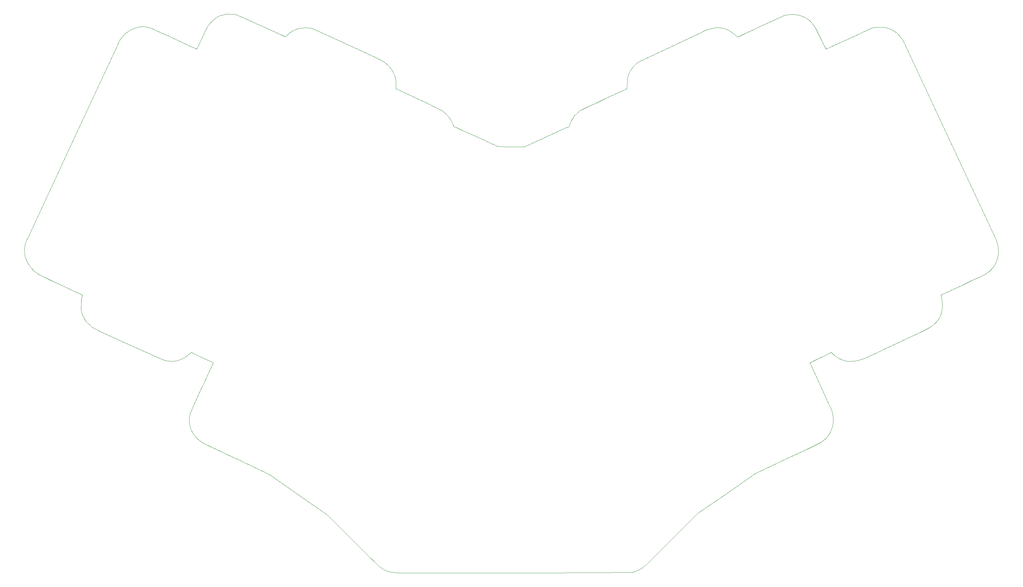
<source format=gbr>
%TF.GenerationSoftware,KiCad,Pcbnew,(5.1.10)-1*%
%TF.CreationDate,2021-09-18T02:39:17-07:00*%
%TF.ProjectId,barobord-bottomplate-outside-pcb,6261726f-626f-4726-942d-626f74746f6d,rev?*%
%TF.SameCoordinates,Original*%
%TF.FileFunction,Profile,NP*%
%FSLAX46Y46*%
G04 Gerber Fmt 4.6, Leading zero omitted, Abs format (unit mm)*
G04 Created by KiCad (PCBNEW (5.1.10)-1) date 2021-09-18 02:39:17*
%MOMM*%
%LPD*%
G01*
G04 APERTURE LIST*
%TA.AperFunction,Profile*%
%ADD10C,0.084650*%
%TD*%
G04 APERTURE END LIST*
D10*
X65128187Y-28872765D02*
G75*
G02*
X65074624Y-28982812I-758340J301043D01*
G01*
X67689296Y-23495226D02*
X67341696Y-24157776D01*
X64570669Y-28853879D02*
X63461061Y-28344930D01*
X65022962Y-29019890D02*
G75*
G02*
X64947303Y-29014129I-27747J135295D01*
G01*
X69903733Y-21101632D02*
G75*
G02*
X70762893Y-20574224I3467756J-4685553D01*
G01*
X70762892Y-20574224D02*
G75*
G02*
X71097390Y-20435746I1134475J-2267111D01*
G01*
X64947303Y-29014129D02*
X64775340Y-28945128D01*
X72667518Y-20060327D02*
X72113195Y-20162677D01*
X66387998Y-26149182D02*
X65448128Y-28134387D01*
X67341696Y-24157776D02*
X66387998Y-26149182D01*
X65074624Y-28982812D02*
G75*
G02*
X65022962Y-29019890I-67319J39267D01*
G01*
X69037094Y-21829433D02*
G75*
G02*
X69903733Y-21101633I6351934J-6683775D01*
G01*
X56061052Y-24939010D02*
X55144968Y-24517809D01*
X65448128Y-28134387D02*
X65128186Y-28872765D01*
X72113195Y-20162677D02*
X71571433Y-20293101D01*
X57489508Y-25596439D02*
X56061052Y-24939010D01*
X59103879Y-26339756D02*
X57489508Y-25596439D01*
X60689543Y-27070182D02*
X59103879Y-26339756D01*
X62169345Y-27751451D02*
X60689543Y-27070182D01*
X63461061Y-28344930D02*
X62169345Y-27751451D01*
X67689297Y-23495227D02*
G75*
G02*
X68264612Y-22659439I5173598J-2945350D01*
G01*
X71571433Y-20293101D02*
X71097390Y-20435746D01*
X68264611Y-22659438D02*
G75*
G02*
X69037094Y-21829433I7144388J-5874773D01*
G01*
X64775340Y-28945128D02*
X64570669Y-28853879D01*
X66428977Y-108601782D02*
X69272730Y-109927641D01*
X39841856Y-101756017D02*
G75*
G02*
X38544121Y-101083830I5848636J12880278D01*
G01*
X60012342Y-109439583D02*
G75*
G02*
X59326004Y-109554547I-1045294J4134216D01*
G01*
X35268173Y-93835446D02*
X35222776Y-94309703D01*
X33035703Y-52839897D02*
X21314886Y-78056231D01*
X36369509Y-99109367D02*
G75*
G02*
X36144840Y-98767333I2607573J1957624D01*
G01*
X35472932Y-92872906D02*
X35408676Y-93100434D01*
X46547119Y-25132992D02*
G75*
G02*
X48072818Y-24083532I4896033J-5484063D01*
G01*
X24176552Y-87107376D02*
G75*
G02*
X23063918Y-86281168I3703414J6149574D01*
G01*
X60861450Y-109165889D02*
G75*
G02*
X60012343Y-109439583I-2554324J6470557D01*
G01*
X57640394Y-109541511D02*
G75*
G02*
X56964943Y-109415837I408231J4072071D01*
G01*
X39841856Y-101756016D02*
X47841622Y-105381477D01*
X27963661Y-88934967D02*
X30088568Y-89933168D01*
X44765685Y-27613167D02*
G75*
G02*
X45373799Y-26508064I8448031J-3928904D01*
G01*
X35563818Y-92497901D02*
G75*
G02*
X35568019Y-92509569I-6535J-8943D01*
G01*
X30088568Y-89933168D02*
X32183220Y-90913098D01*
X55144968Y-24517809D02*
X53855020Y-23945654D01*
X63585223Y-107275923D02*
X66428977Y-108601782D01*
X63110858Y-107725887D02*
X63585223Y-107275923D01*
X35524567Y-92679516D02*
X35472932Y-92872906D01*
X63110858Y-107725887D02*
G75*
G02*
X62418937Y-108304502I-4965029J5234276D01*
G01*
X62418938Y-108304502D02*
G75*
G02*
X61666533Y-108786292I-4114444J5597062D01*
G01*
X35329320Y-93436625D02*
X35268173Y-93835446D01*
X44765685Y-27613167D02*
X33035703Y-52839897D01*
X35222776Y-94309703D02*
X35191884Y-94878343D01*
X59326005Y-109554547D02*
G75*
G02*
X58481572Y-109586856I-772894J9149229D01*
G01*
X35329320Y-93436625D02*
G75*
G02*
X35408676Y-93100434I3476706J-643192D01*
G01*
X35517764Y-97429119D02*
G75*
G02*
X35295439Y-96667853I4607536J1758715D01*
G01*
X33949142Y-91739891D02*
X35550465Y-92489994D01*
X20850056Y-79258942D02*
G75*
G02*
X21314886Y-78056231I9298971J-2902728D01*
G01*
X37868766Y-100600266D02*
X38230899Y-100879017D01*
X58481571Y-109586856D02*
G75*
G02*
X57640393Y-109541511I71285J9147177D01*
G01*
X47841622Y-105381477D02*
X56015029Y-109073513D01*
X48072819Y-24083532D02*
G75*
G02*
X49791351Y-23459603I3283375J-6364930D01*
G01*
X32183220Y-90913098D02*
X33949142Y-91739891D01*
X35899590Y-98305191D02*
X36144840Y-98767333D01*
X35899590Y-98305192D02*
G75*
G02*
X35517765Y-97429119I9246886J4551380D01*
G01*
X35295439Y-96667854D02*
G75*
G02*
X35195331Y-95869965I4999561J1032499D01*
G01*
X24513871Y-87289523D02*
X26099694Y-88049760D01*
X22105767Y-85240983D02*
G75*
G02*
X21351563Y-84044261I6180048J4730840D01*
G01*
X45373800Y-26508064D02*
G75*
G02*
X46547120Y-25132992I5626100J-3612514D01*
G01*
X20688605Y-81950239D02*
G75*
G02*
X20639238Y-80979694I9192891J954130D01*
G01*
X20843852Y-82753756D02*
G75*
G02*
X20688605Y-81950239I4505428J1287247D01*
G01*
X20691565Y-80021404D02*
G75*
G02*
X20850057Y-79258941I3971996J-427947D01*
G01*
X51530318Y-23332203D02*
G75*
G02*
X52271800Y-23431784I-465242J-6274592D01*
G01*
X52985892Y-23617903D02*
G75*
G02*
X53855020Y-23945654I-3315543J-10108398D01*
G01*
X37107051Y-99913541D02*
X37485688Y-100271703D01*
X20639237Y-80979693D02*
G75*
G02*
X20691565Y-80021404I9096614J-16151D01*
G01*
X56964943Y-109415837D02*
G75*
G02*
X56015029Y-109073513I1718009J6256410D01*
G01*
X37485688Y-100271703D02*
X37868766Y-100600266D01*
X49791350Y-23459603D02*
G75*
G02*
X51530317Y-23332204I1299266J-5802739D01*
G01*
X38544121Y-101083829D02*
G75*
G02*
X38230899Y-100879017I1910345J3263430D01*
G01*
X36654307Y-99448322D02*
G75*
G02*
X36369510Y-99109366I2946589J2764905D01*
G01*
X26099694Y-88049760D02*
X27963661Y-88934967D01*
X52271800Y-23431784D02*
G75*
G02*
X52985892Y-23617903I-1142524J-5846519D01*
G01*
X35191884Y-94878343D02*
X35195331Y-95869965D01*
X21351563Y-84044260D02*
G75*
G02*
X20843852Y-82753755I6410196J3267028D01*
G01*
X35550465Y-92489994D02*
G75*
G02*
X35563819Y-92497901I-34155J-72913D01*
G01*
X23063918Y-86281168D02*
G75*
G02*
X22105767Y-85240982I5219117J5768892D01*
G01*
X61666532Y-108786292D02*
G75*
G02*
X60861449Y-109165890I-3336175J6032099D01*
G01*
X35568019Y-92509569D02*
X35524567Y-92679516D01*
X24513871Y-87289523D02*
G75*
G02*
X24176551Y-87107376I1770396J3682038D01*
G01*
X36654307Y-99448323D02*
X37107051Y-99913541D01*
X69272730Y-109927641D02*
X69160574Y-110147729D01*
X86584654Y-25348392D02*
X78940641Y-21829919D01*
X88319979Y-25480691D02*
X87846615Y-25929700D01*
X74348827Y-20062400D02*
G75*
G02*
X74850824Y-20137430I-450312J-4729764D01*
G01*
X73731861Y-20022173D02*
X73126605Y-20018807D01*
X76746674Y-20838253D02*
X75595492Y-20357595D01*
X87846615Y-25929700D02*
X86584654Y-25348392D01*
X72667517Y-20060328D02*
G75*
G02*
X73126605Y-20018807I543550J-3451175D01*
G01*
X78940641Y-21829919D02*
X76746674Y-20838253D01*
X74850824Y-20137431D02*
G75*
G02*
X75595492Y-20357595I-909635J-4446116D01*
G01*
X88319979Y-25480691D02*
G75*
G02*
X88982406Y-24920881I5205289J-5487625D01*
G01*
X74348826Y-20062401D02*
X73731861Y-20022173D01*
X126152040Y-43899866D02*
X124192929Y-42956387D01*
X149429015Y-54305651D02*
X145987831Y-54242780D01*
X127802425Y-44708340D02*
G75*
G02*
X128224444Y-44951197I-1675152J-3399061D01*
G01*
X130489796Y-47345482D02*
G75*
G02*
X130982044Y-48310061I-5973094J-3656110D01*
G01*
X163612956Y-45085483D02*
X163052655Y-45574659D01*
X170141993Y-41933881D02*
X167910768Y-42979572D01*
X165974462Y-43889610D02*
X164302683Y-44677123D01*
X131647405Y-49203516D02*
X131493332Y-49159333D01*
X161135244Y-48541293D02*
X160950893Y-49101820D01*
X102744748Y-27380720D02*
X95387744Y-24030882D01*
X116268595Y-36778055D02*
G75*
G02*
X116317104Y-37144011I-3873715J-699670D01*
G01*
X135257582Y-50800147D02*
X133473149Y-49990402D01*
X131493332Y-49159333D02*
G75*
G02*
X131363431Y-49109197I401199J1232846D01*
G01*
X88982405Y-24920881D02*
G75*
G02*
X89688332Y-24456040I4099534J-5457272D01*
G01*
X145987831Y-54242780D02*
X142546646Y-54179910D01*
X89688333Y-24456039D02*
G75*
G02*
X90446545Y-24081869I3395951J-5926199D01*
G01*
X90446545Y-24081870D02*
G75*
G02*
X91265192Y-23792967I2930420J-6999445D01*
G01*
X91265191Y-23792968D02*
G75*
G02*
X92040109Y-23645306I1172852J-4047862D01*
G01*
X92040110Y-23645306D02*
G75*
G02*
X93035550Y-23598107I997490J-10516787D01*
G01*
X167910768Y-42979572D02*
X165974462Y-43889610D01*
X93035550Y-23598107D02*
G75*
G02*
X94021447Y-23644397I2031J-10478899D01*
G01*
X94021448Y-23644397D02*
G75*
G02*
X94761168Y-23792287I-343447J-3641785D01*
G01*
X163612956Y-45085483D02*
G75*
G02*
X164037830Y-44807638I1544851J-1898574D01*
G01*
X131167981Y-48780344D02*
X131082909Y-48558199D01*
X163052655Y-45574659D02*
X162506181Y-46123971D01*
X94761168Y-23792288D02*
G75*
G02*
X95387744Y-24030882I-1571309J-5068454D01*
G01*
X164302683Y-44677123D02*
X164037830Y-44807638D01*
X161798123Y-47083818D02*
X161543672Y-47539688D01*
X109461259Y-30448214D02*
X102744748Y-27380720D01*
X129067789Y-45613391D02*
G75*
G02*
X129837638Y-46428763I-5490416J-5955001D01*
G01*
X156819361Y-50874305D02*
X154748829Y-51831625D01*
X111987443Y-31640419D02*
X109461259Y-30448214D01*
X111987442Y-31640419D02*
G75*
G02*
X113516091Y-32555059I-4500749J-9256898D01*
G01*
X129837638Y-46428763D02*
G75*
G02*
X130489795Y-47345482I-6299277J-5171664D01*
G01*
X116336951Y-37567609D02*
X116317104Y-37144011D01*
X116268595Y-36778055D02*
X116182633Y-36383716D01*
X161328232Y-48014407D02*
X161135244Y-48541293D01*
X161543672Y-47539688D02*
X161328232Y-48014407D01*
X133473149Y-49990402D02*
X131937667Y-49303443D01*
X113516091Y-32555059D02*
G75*
G02*
X114732482Y-33657370I-4363686J-6037586D01*
G01*
X162108591Y-46613673D02*
X161798123Y-47083818D01*
X115622033Y-34938660D02*
G75*
G02*
X116182633Y-36383716I-5736969J-3056890D01*
G01*
X114732482Y-33657369D02*
G75*
G02*
X115622033Y-34938660I-4992155J-4415297D01*
G01*
X142546646Y-54179910D02*
X137298069Y-51741750D01*
X116311026Y-39252726D02*
X116333493Y-38156821D01*
X124192929Y-42956387D02*
X121979359Y-41910347D01*
X131082909Y-48558199D02*
X130982044Y-48310061D01*
X160192898Y-49346022D02*
X158635528Y-50046776D01*
X131235965Y-48968446D02*
G75*
G02*
X131245318Y-49022958I-154174J-54512D01*
G01*
X137298069Y-51741750D02*
X135257582Y-50800147D01*
X158635528Y-50046776D02*
X156819361Y-50874305D01*
X154748829Y-51831625D02*
X149429015Y-54305651D01*
X116333493Y-38156821D02*
X116336951Y-37567609D01*
X131266578Y-49059729D02*
G75*
G02*
X131245318Y-49022958I21169J36771D01*
G01*
X131647405Y-49203516D02*
G75*
G02*
X131937667Y-49303443I-423597J-1701981D01*
G01*
X160950893Y-49101820D02*
X160509768Y-49229710D01*
X175898193Y-39239184D02*
X170141993Y-41933881D01*
X162108591Y-46613673D02*
G75*
G02*
X162506181Y-46123971I3943743J-2795682D01*
G01*
X131235964Y-48968446D02*
X131167981Y-48780344D01*
X127802425Y-44708340D02*
X126152040Y-43899866D01*
X128224443Y-44951197D02*
G75*
G02*
X129067789Y-45613392I-3751237J-5645553D01*
G01*
X131363431Y-49109197D02*
G75*
G02*
X131266578Y-49059729I444387J989607D01*
G01*
X160192899Y-49346023D02*
G75*
G02*
X160509768Y-49229710I992426J-2213878D01*
G01*
X121979359Y-41910347D02*
X116311026Y-39252726D01*
X204423251Y-25900745D02*
X204263175Y-25795980D01*
X222010296Y-21032703D02*
G75*
G02*
X223376284Y-22123460I-2923997J-5062522D01*
G01*
X226793090Y-28357311D02*
X226411068Y-27586493D01*
X227216347Y-29050374D02*
G75*
G02*
X227170465Y-29059621I-42637J93107D01*
G01*
X204572549Y-25870711D02*
X204488683Y-25906579D01*
X225968668Y-26671406D02*
X225070372Y-24836846D01*
X216084482Y-20530665D02*
X214715546Y-21135110D01*
X228898636Y-28279825D02*
X227216347Y-29050373D01*
X235210386Y-25372333D02*
X232970718Y-26402370D01*
X224420064Y-23620774D02*
X223884404Y-22762028D01*
X204073960Y-25651547D02*
X203869649Y-25472482D01*
X198716793Y-23596900D02*
G75*
G02*
X200562404Y-23687528I623212J-6146454D01*
G01*
X214715546Y-21135110D02*
X212850565Y-21986743D01*
X216084482Y-20530666D02*
G75*
G02*
X216615312Y-20346579I1474028J-3393100D01*
G01*
X239260446Y-23589723D02*
G75*
G02*
X239592394Y-23515756I854363J-3052361D01*
G01*
X239964343Y-23468852D02*
X239592394Y-23515756D01*
X208084367Y-24221989D02*
X206229602Y-25093220D01*
X226411068Y-27586493D02*
X225968668Y-26671406D01*
X216615312Y-20346579D02*
G75*
G02*
X218475874Y-20103203I1877761J-7121613D01*
G01*
X230765169Y-27421796D02*
X228898636Y-28279825D01*
X241798159Y-23440593D02*
X241078693Y-23434232D01*
X218475873Y-20103203D02*
G75*
G02*
X220327628Y-20340275I16870J-7218730D01*
G01*
X227170465Y-29059620D02*
G75*
G02*
X227136258Y-29037825I1259J39717D01*
G01*
X242236582Y-23467408D02*
G75*
G02*
X242589089Y-23525239I-307804J-2979496D01*
G01*
X242236582Y-23467408D02*
X241798159Y-23440593D01*
X175946057Y-38023075D02*
X175898193Y-39239184D01*
X176002652Y-37156305D02*
X175946057Y-38023075D01*
X238873009Y-23728893D02*
G75*
G02*
X239260446Y-23589723I1159406J-2618813D01*
G01*
X176002652Y-37156305D02*
G75*
G02*
X176100357Y-36480925I6462180J-590103D01*
G01*
X210266562Y-23195290D02*
X208084367Y-24221989D01*
X176100357Y-36480925D02*
G75*
G02*
X176257063Y-35884271I4998023J-993781D01*
G01*
X176257062Y-35884271D02*
G75*
G02*
X176493832Y-35268161I6337656J-2081993D01*
G01*
X196710641Y-24027407D02*
G75*
G02*
X198716794Y-23596900I2945975J-8838609D01*
G01*
X176933147Y-34454189D02*
G75*
G02*
X177519033Y-33665773I6289696J-4062089D01*
G01*
X206229602Y-25093220D02*
X204572549Y-25870711D01*
X241078693Y-23434232D02*
X240433195Y-23442896D01*
X202270357Y-24315593D02*
G75*
G02*
X203869649Y-25472482I-3971176J-7173662D01*
G01*
X227136258Y-29037825D02*
X226793090Y-28357311D01*
X176493833Y-35268161D02*
G75*
G02*
X176933147Y-34454189I5391842J-2384532D01*
G01*
X187771752Y-28168725D02*
X179839469Y-31916508D01*
X204263175Y-25795980D02*
X204073960Y-25651547D01*
X223376284Y-22123460D02*
G75*
G02*
X223884404Y-22762028I-4007899J-3710606D01*
G01*
X220327628Y-20340275D02*
G75*
G02*
X222010295Y-21032703I-1738875J-6616372D01*
G01*
X242980334Y-23630687D02*
X242589089Y-23525239D01*
X178196231Y-32968708D02*
G75*
G02*
X178908696Y-32428468I3531597J-3917534D01*
G01*
X200562404Y-23687527D02*
G75*
G02*
X202270357Y-24315592I-1179732J-5844479D01*
G01*
X204488683Y-25906579D02*
G75*
G02*
X204423251Y-25900745I-26807J69194D01*
G01*
X225070372Y-24836846D02*
X224420064Y-23620774D01*
X177519033Y-33665773D02*
G75*
G02*
X178196231Y-32968708I5594334J-4757408D01*
G01*
X237186583Y-24479267D02*
X235210386Y-25372333D01*
X178908696Y-32428468D02*
G75*
G02*
X179839469Y-31916508I4654166J-7359455D01*
G01*
X195695530Y-24433870D02*
X187771752Y-28168725D01*
X240433195Y-23442896D02*
X239964343Y-23468852D01*
X212850565Y-21986743D02*
X210266562Y-23195290D01*
X238873008Y-23728892D02*
X237186583Y-24479267D01*
X232970718Y-26402370D02*
X230765169Y-27421796D01*
X195695531Y-24433870D02*
G75*
G02*
X196710641Y-24027407I3940303J-8369786D01*
G01*
X232313537Y-109526090D02*
G75*
G02*
X231377783Y-109249758I1100759J5450109D01*
G01*
X227689151Y-120112959D02*
X225713778Y-115827741D01*
X269268367Y-86444288D02*
G75*
G02*
X268596453Y-86920427I-3084398J3640452D01*
G01*
X264759664Y-88751857D02*
X266677432Y-87846402D01*
X256807270Y-92494773D02*
G75*
G02*
X256847375Y-92466562I101066J-101066D01*
G01*
X256795762Y-92529236D02*
G75*
G02*
X256807270Y-92494773I40263J5708D01*
G01*
X256895157Y-92945595D02*
X256848042Y-92786282D01*
X256848042Y-92786282D02*
X256815245Y-92645043D01*
X228614895Y-107273410D02*
X228901406Y-107608134D01*
X236735985Y-108984485D02*
G75*
G02*
X235598200Y-109362669I-3562900J8818524D01*
G01*
X255644013Y-99502979D02*
G75*
G02*
X254818787Y-100282774I-3696806J3085634D01*
G01*
X242980334Y-23630687D02*
G75*
G02*
X244134378Y-24095009I-2383302J-7589864D01*
G01*
X244134378Y-24095010D02*
G75*
G02*
X245164577Y-24721872I-3126959J-6298870D01*
G01*
X246751977Y-26395017D02*
G75*
G02*
X247125844Y-27072140I-4861610J-3126067D01*
G01*
X251625288Y-102037441D02*
X253694077Y-100995956D01*
X245164578Y-24721871D02*
G75*
G02*
X246044488Y-25495232I-3915127J-5341785D01*
G01*
X246044487Y-25495232D02*
G75*
G02*
X246751976Y-26395016I-4373777J-4167081D01*
G01*
X256815245Y-92645043D02*
X256795762Y-92529236D01*
X258918608Y-52284977D02*
X247125844Y-27072140D01*
X234449924Y-109583318D02*
G75*
G02*
X233339145Y-109639450I-947976J7740582D01*
G01*
X270537816Y-77131994D02*
X258918608Y-52284977D01*
X271179346Y-78624066D02*
X270537816Y-77131994D01*
X271179346Y-78624066D02*
G75*
G02*
X271567010Y-80035005I-6397444J-2516463D01*
G01*
X271567009Y-80035005D02*
G75*
G02*
X271659458Y-81528822I-7419944J-1208969D01*
G01*
X271659459Y-81528823D02*
G75*
G02*
X271454698Y-82997099I-7370621J279464D01*
G01*
X266677432Y-87846402D02*
X268329731Y-87061680D01*
X225831569Y-108587193D02*
X228614895Y-107273410D01*
X223094483Y-109943710D02*
X223841488Y-109558416D01*
X270510380Y-85085637D02*
G75*
G02*
X269926025Y-85811042I-6078986J4298909D01*
G01*
X225713778Y-115827741D02*
X224700468Y-113629422D01*
X271454699Y-82997098D02*
G75*
G02*
X270962903Y-84332460I-6095702J1486721D01*
G01*
X270962902Y-84332460D02*
G75*
G02*
X270510380Y-85085637I-5271541J2654709D01*
G01*
X228410204Y-121733573D02*
X227689151Y-120112959D01*
X268329731Y-87061680D02*
X268596453Y-86920427D01*
X256847375Y-92466562D02*
X258512104Y-91681674D01*
X262550224Y-89787513D02*
X264759664Y-88751857D01*
X236735985Y-108984485D02*
X237190245Y-108787720D01*
X256895157Y-92945595D02*
G75*
G02*
X257102977Y-93853765I-5142624J-1654672D01*
G01*
X257001746Y-96908466D02*
G75*
G02*
X256785321Y-97534128I-4577381J1233117D01*
G01*
X245675089Y-104836996D02*
X251625288Y-102037441D01*
X254818788Y-100282774D02*
G75*
G02*
X253694077Y-100995956I-5384489J7248063D01*
G01*
X242441577Y-106348768D02*
X245675089Y-104836996D01*
X224700468Y-113629422D02*
X223845148Y-111761049D01*
X229554971Y-108225795D02*
G75*
G02*
X228901406Y-107608134I2584383J3389221D01*
G01*
X260361748Y-90812051D02*
X262550224Y-89787513D01*
X224728843Y-109115419D02*
X225831569Y-108587193D01*
X223845148Y-111761049D02*
X223083558Y-110089540D01*
X223841488Y-109558416D02*
X224728843Y-109115419D01*
X257102978Y-93853765D02*
G75*
G02*
X257192169Y-94929029I-9568394J-1335015D01*
G01*
X257192169Y-94929029D02*
G75*
G02*
X257160916Y-96003467I-9604049J-258317D01*
G01*
X256441799Y-98259072D02*
X256785321Y-97534128D01*
X235598199Y-109362669D02*
G75*
G02*
X234449923Y-109583317I-2194485J8322128D01*
G01*
X223060670Y-110007421D02*
G75*
G02*
X223094483Y-109943710I63059J7362D01*
G01*
X257160916Y-96003467D02*
G75*
G02*
X257001746Y-96908466I-5147609J438857D01*
G01*
X239616816Y-107663146D02*
X242441577Y-106348768D01*
X256040221Y-98957720D02*
G75*
G02*
X255644013Y-99502979I-4252325J2673337D01*
G01*
X230419819Y-108794617D02*
G75*
G02*
X229554971Y-108225794I3641837J6478989D01*
G01*
X223083557Y-110089540D02*
G75*
G02*
X223060671Y-110007421I250372J114025D01*
G01*
X231377784Y-109249758D02*
G75*
G02*
X230419819Y-108794617I2835828J7204461D01*
G01*
X237190245Y-108787720D02*
X239616816Y-107663146D01*
X233339145Y-109639450D02*
G75*
G02*
X232313537Y-109526090I120888J5789908D01*
G01*
X256040221Y-98957720D02*
X256441799Y-98259072D01*
X269926025Y-85811041D02*
G75*
G02*
X269268367Y-86444287I-5301202J4847439D01*
G01*
X258512104Y-91681674D02*
X260361748Y-90812051D01*
X98612743Y-149196709D02*
X105384743Y-155939333D01*
X63791832Y-127696327D02*
G75*
G02*
X63441533Y-126883944I4914927J2601032D01*
G01*
X66167961Y-116631916D02*
X64037512Y-121293218D01*
X69076073Y-110321797D02*
X68235229Y-112143245D01*
X152873771Y-164138723D02*
X167263893Y-164084763D01*
X63164686Y-123875540D02*
G75*
G02*
X63408871Y-122838617I4610442J-538496D01*
G01*
X83728351Y-138753789D02*
X91170547Y-143975249D01*
X116779864Y-164146299D02*
X135312208Y-164152919D01*
X69160574Y-110147729D02*
X69076073Y-110321797D01*
X67815753Y-131266484D02*
G75*
G02*
X66652426Y-130672627I5963322J13118130D01*
G01*
X63228072Y-126035963D02*
G75*
G02*
X63124109Y-125067902I8177480J1367818D01*
G01*
X109335483Y-159864885D02*
X111149690Y-161633680D01*
X113480299Y-163413145D02*
G75*
G02*
X112833943Y-163080279I2639196J5918745D01*
G01*
X67815753Y-131266484D02*
X68498401Y-131581663D01*
X226219099Y-130303759D02*
G75*
G02*
X225892117Y-130496822I-1637160J2399360D01*
G01*
X223671214Y-131592949D02*
X224881765Y-131002337D01*
X66652426Y-130672627D02*
G75*
G02*
X65714419Y-130047856I3970501J6977693D01*
G01*
X222325199Y-132232426D02*
X223671214Y-131592949D01*
X218447529Y-134052836D02*
X220664473Y-133012240D01*
X64037512Y-121293218D02*
X63408871Y-122838617D01*
X114219847Y-163705535D02*
X114982126Y-163933536D01*
X73343095Y-133857382D02*
X76272147Y-135237473D01*
X180573687Y-162265228D02*
X182549144Y-160333809D01*
X65714419Y-130047856D02*
G75*
G02*
X64949526Y-129355001I4039214J5227816D01*
G01*
X187452918Y-155481635D02*
X194182593Y-148772069D01*
X64949526Y-129355000D02*
G75*
G02*
X64309536Y-128557442I4631559J4372085D01*
G01*
X179673439Y-162949486D02*
X180209401Y-162577731D01*
X68235229Y-112143245D02*
X67280209Y-114214841D01*
X194182593Y-148772069D02*
X201575022Y-143636221D01*
X213933922Y-136170694D02*
X216085991Y-135161047D01*
X115697005Y-164072354D02*
G75*
G02*
X114982126Y-163933536I882681J6455703D01*
G01*
X179112067Y-163277713D02*
X179673439Y-162949486D01*
X184836695Y-158080932D02*
X187452918Y-155481635D01*
X70712397Y-132620514D02*
X73343095Y-133857382D01*
X228778357Y-122675322D02*
X228410204Y-121733573D01*
X228778357Y-122675322D02*
G75*
G02*
X228978966Y-123417347I-4837594J-1705989D01*
G01*
X113480298Y-163413145D02*
X114219847Y-163705535D01*
X228978966Y-123417347D02*
G75*
G02*
X229065284Y-125374367I-6659252J-1274131D01*
G01*
X229065283Y-125374367D02*
G75*
G02*
X228592261Y-127298718I-7057311J714439D01*
G01*
X76272147Y-135237473D02*
X83728351Y-138753789D01*
X111149690Y-161633680D02*
X112232282Y-162639445D01*
X67280209Y-114214841D02*
X66167961Y-116631916D01*
X228592260Y-127298718D02*
G75*
G02*
X227612216Y-128999278I-6452645J2586020D01*
G01*
X227612217Y-128999279D02*
G75*
G02*
X226219099Y-130303759I-4904396J3841512D01*
G01*
X208967451Y-138500373D02*
X213933922Y-136170694D01*
X105384743Y-155939333D02*
X109335483Y-159864885D01*
X63441533Y-126883943D02*
G75*
G02*
X63228072Y-126035963I5124574J1740858D01*
G01*
X224881765Y-131002337D02*
X225892117Y-130496822D01*
X64309536Y-128557442D02*
G75*
G02*
X63791832Y-127696326I7624710J5170168D01*
G01*
X201575022Y-143636221D02*
X208967451Y-138500373D01*
X116779863Y-164146299D02*
G75*
G02*
X115697005Y-164072355I3804J8021503D01*
G01*
X112833943Y-163080280D02*
G75*
G02*
X112232282Y-162639445I1881817J3199345D01*
G01*
X91170547Y-143975249D02*
X98612743Y-149196709D01*
X63124109Y-125067902D02*
G75*
G02*
X63164687Y-123875541I7252015J350073D01*
G01*
X220664473Y-133012240D02*
X222325199Y-132232426D01*
X182549144Y-160333809D02*
X184836695Y-158080932D01*
X216085991Y-135161047D02*
X218447529Y-134052836D01*
X180573687Y-162265228D02*
G75*
G02*
X180209401Y-162577731I-2616345J2681310D01*
G01*
X178529428Y-163560027D02*
X179112067Y-163277713D01*
X135312208Y-164152919D02*
X152873771Y-164138723D01*
X68498401Y-131581663D02*
X70712397Y-132620514D01*
X167263893Y-164084763D02*
X177252593Y-164028404D01*
X177929793Y-163794324D02*
X178529428Y-163560027D01*
X177252593Y-164028404D02*
X177929793Y-163794324D01*
M02*

</source>
